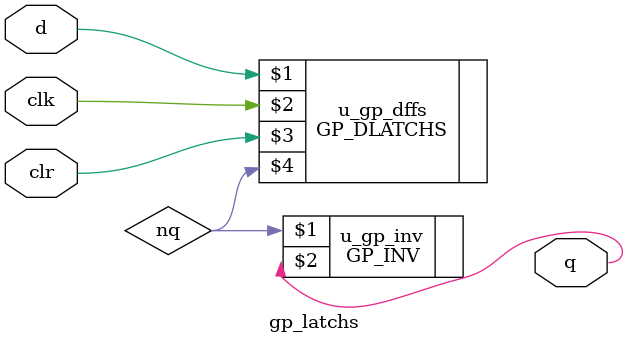
<source format=v>
module gp_dff
    ( input d, input clk, clr, output reg q );

    wire nq;

    GP_DFF u_gp_dffr (d,clk,nq);

    GP_INV u_gp_inv (nq,q);

endmodule

module gp_dffr
    ( input d, input clk, clr, output reg q );

    wire nq;

    GP_DFFR u_gp_dffr (d,clk,clr,nq);

    GP_INV u_gp_inv (nq,q);

endmodule

module gp_dffs
    ( input d, input clk, clr, output reg q );

    wire nq;

    GP_DFFS u_gp_dffs (d,clk,clr,nq);

    GP_INV u_gp_inv (nq,q);

endmodule

module gp_dffsi
    ( input d, input clk, clr, output reg q );

    wire nq;

    GP_DFFSI u_gp_dffs (d,clk,clr,nq);

    GP_INV u_gp_inv (nq,q);

endmodule

module gp_latchs
    ( input d, input clk, clr, output reg q );

    wire nq;

    GP_DLATCHS u_gp_dffs (d,clk,clr,nq);

    GP_INV u_gp_inv (nq,q);

endmodule

</source>
